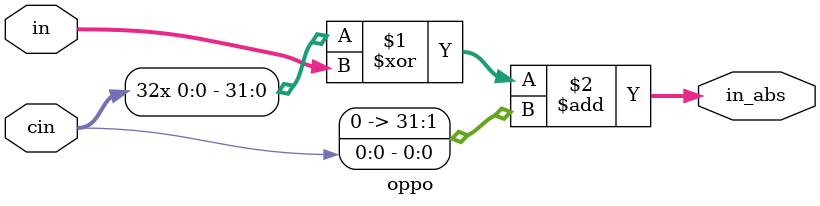
<source format=v>
module oppo (
    input [31:0] in,
    input        cin,
    output [31:0] in_abs
);

    assign in_abs = ({32{cin}} ^ in) + $unsigned(cin);
    
endmodule
</source>
